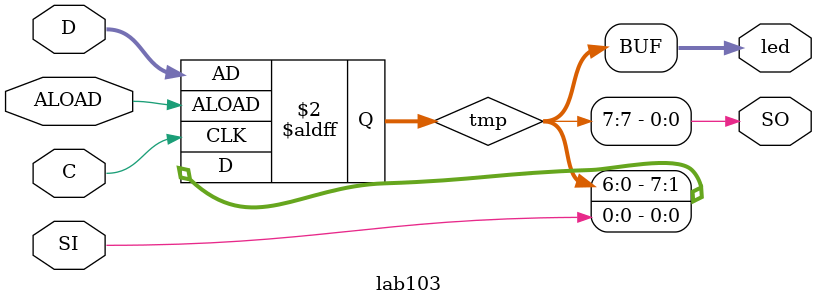
<source format=v>
`timescale 1ns / 1ps
module lab103(C, SI, ALOAD, D, SO, led);
	 input C, SI, ALOAD;
    input [7:0] D;
    output SO;
	 output [7:0]led;
	 reg [7:0]tmp;
	 
	 always@(posedge C or posedge ALOAD)
		begin
			if(ALOAD)
				tmp <= D;
			else
				tmp <= {tmp[6:0], SI};
		end
		
		assign SO = tmp[7];
		assign led = tmp;

endmodule
</source>
